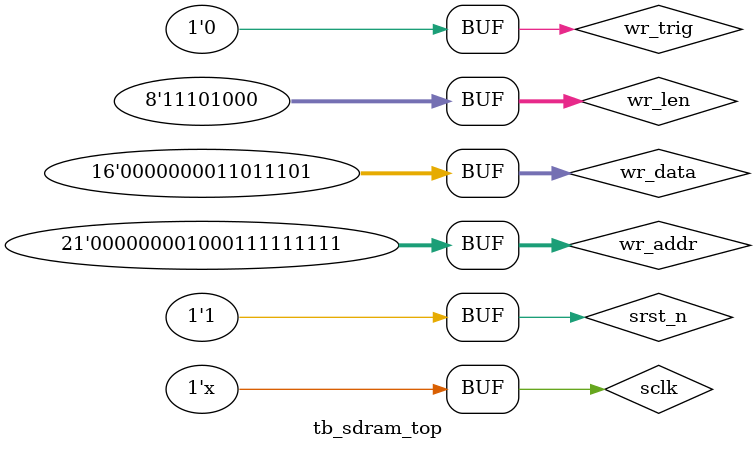
<source format=v>
`timescale 1ns/1ns

module tb_sdram_top;

reg					sclk;
reg					srst_n;

// Parameter and Internal Signals
wire				sdram_clk;
wire				sdram_cke;
wire				sdram_cs_n;
wire [ 1:0]			sdram_bank;
wire [11:0]			sdram_addr;
wire				sdram_ras_n;
wire				sdram_cas_n;
wire				sdram_we_n;
wire [ 1:0]			sdram_dqm;
wire [15:0]			sdram_dq;

reg                 wr_trig;
reg  [ 7:0]         wr_len;
reg  [15:0]         wr_data;
reg  [20:0]         wr_addr;
wire               	wr_data_en;

initial begin
	sclk = 1;
	srst_n = 0;
	#100
	srst_n = 1;
	wr_trig	= 1;
	wr_len = 0;
	wr_data = 0;
	wr_addr = 0;
	#200000
	write();
end

always	#10		sclk = ~ sclk;

task write();
	begin
		wr_trig	<=	1'b1;
		wr_len	<=	'd1000;
		wr_data	<=	'hdd;
		wr_addr	<=	'b1000_111_111_111;
		#20
		wr_trig	<=	1'b0;
	end
endtask

sdram_top sdram_top_inst (
	.sclk        		(sclk        		),
	.srst_n      		(srst_n      		),
	.sdram_clk   		(sdram_clk   		),
	.sdram_cke   		(sdram_cke   		),
	.sdram_cs_n  		(sdram_cs_n  		),
	.sdram_bank  		(sdram_bank  		),
	.sdram_addr  		(sdram_addr  		),
	.sdram_ras_n 		(sdram_ras_n 		),
	.sdram_cas_n 		(sdram_cas_n 		),
	.sdram_we_n  		(sdram_we_n  		),
	.sdram_dqm   		(sdram_dqm   		),
	.sdram_dq    		(sdram_dq    		),

	.wr_trig			(wr_trig			),
	.wr_len				(wr_len				),
	.wr_data			(wr_data			),
	.wr_addr			(wr_addr			),
	.wr_data_en			(wr_data_en			)
);


sdram_model_plus #(
	.addr_bits     		(12          		),
	.data_bits     		(16          		),
	.col_bits      		(9           		),
	.mem_sizes     		(2*1024*1024 		))
u_sdram_model_plus(
	.Dq    				(sdram_dq			),
	.Addr  				(sdram_addr			),
	.Ba    				(sdram_bank			),
	.Clk   				(sdram_clk			),
	.Cke   				(sdram_cke			),
	.Cs_n  				(sdram_cs_n			),
	.Ras_n 				(sdram_ras_n		),
	.Cas_n 				(sdram_cas_n		),
	.We_n  				(sdram_we_n			),
	.Dqm   				(sdram_dqm			),
	.Debug 				(1'b1				)
);


endmodule

</source>
